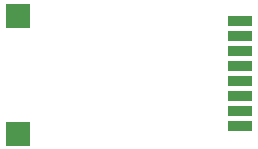
<source format=gbp>
G04*
G04 #@! TF.GenerationSoftware,Altium Limited,Altium Designer,22.2.1 (43)*
G04*
G04 Layer_Color=128*
%FSTAX25Y25*%
%MOIN*%
G70*
G04*
G04 #@! TF.SameCoordinates,CAACB314-B994-4A0E-AD61-3740CE87C19C*
G04*
G04*
G04 #@! TF.FilePolarity,Positive*
G04*
G01*
G75*
%ADD46R,0.07874X0.03543*%
%ADD47R,0.07874X0.07874*%
D46*
X0079665Y-0008461D02*
D03*
Y-0013461D02*
D03*
Y-0018461D02*
D03*
Y-0023461D02*
D03*
Y-0028461D02*
D03*
Y-0033461D02*
D03*
Y-0038461D02*
D03*
Y-0043461D02*
D03*
D47*
X000565Y-0045862D02*
D03*
Y-0006492D02*
D03*
M02*

</source>
